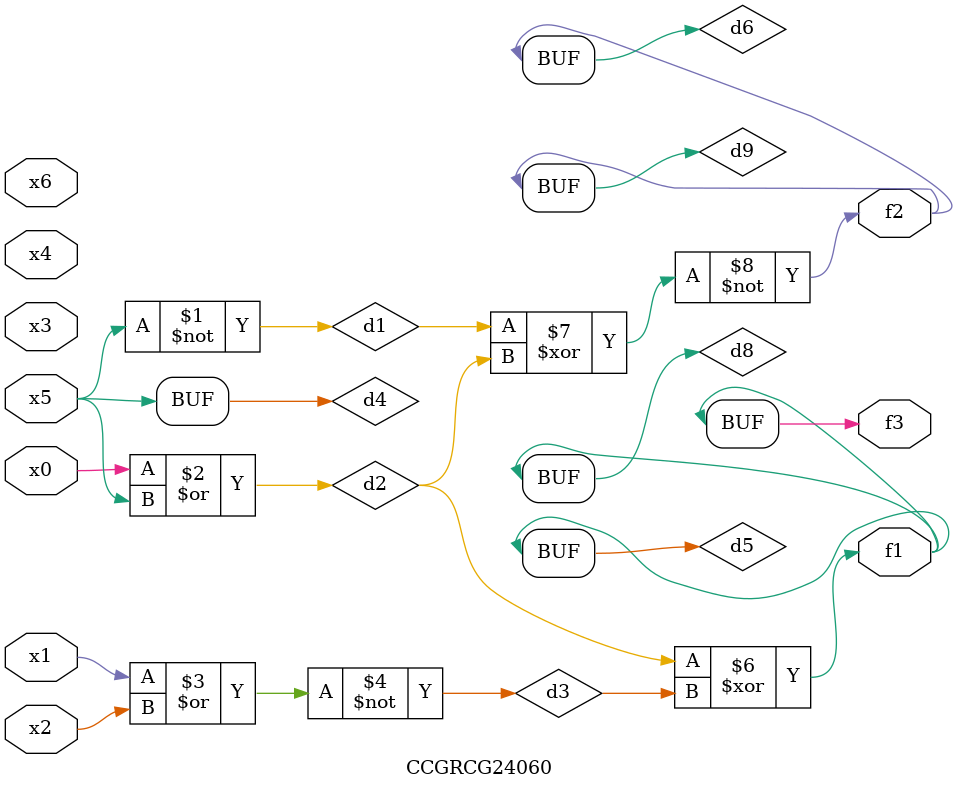
<source format=v>
module CCGRCG24060(
	input x0, x1, x2, x3, x4, x5, x6,
	output f1, f2, f3
);

	wire d1, d2, d3, d4, d5, d6, d7, d8, d9;

	nand (d1, x5);
	or (d2, x0, x5);
	nor (d3, x1, x2);
	xnor (d4, d1);
	xor (d5, d2, d3);
	xnor (d6, d1, d2);
	not (d7, x4);
	buf (d8, d5);
	xor (d9, d6);
	assign f1 = d8;
	assign f2 = d9;
	assign f3 = d8;
endmodule

</source>
